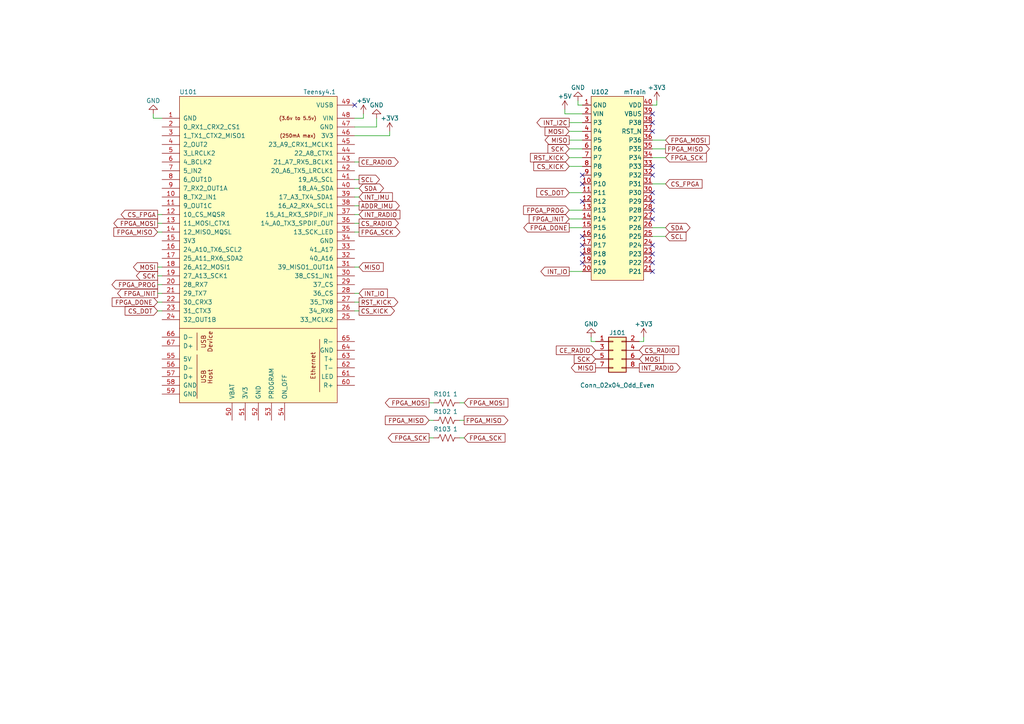
<source format=kicad_sch>
(kicad_sch (version 20230121) (generator eeschema)
  (paper "A4")
  (lib_symbols
    (symbol "Connector_Generic:Conn_02x04_Odd_Even" (pin_names (offset 1.016) hide)
      (property "Reference" "J" (at 1.27 5.08 0))
      (property "Value" "Conn_02x04_Odd_Even" (at 1.27 -7.62 0))
      (symbol "Conn_02x04_Odd_Even_1_1"
        (rectangle (start -1.27 -4.953) (end 0 -5.207) (stroke (width 0.1524)))
        (rectangle (start -1.27 -2.413) (end 0 -2.667) (stroke (width 0.1524)))
        (rectangle (start -1.27 0.127) (end 0 -0.127) (stroke (width 0.1524)))
        (rectangle (start -1.27 2.667) (end 0 2.413) (stroke (width 0.1524)))
        (rectangle (start -1.27 3.81) (end 3.81 -6.35) (stroke (width 0.254)) (fill (type background)))
        (rectangle (start 3.81 -4.953) (end 2.54 -5.207) (stroke (width 0.1524)))
        (rectangle (start 3.81 -2.413) (end 2.54 -2.667) (stroke (width 0.1524)))
        (rectangle (start 3.81 0.127) (end 2.54 -0.127) (stroke (width 0.1524)))
        (rectangle (start 3.81 2.667) (end 2.54 2.413) (stroke (width 0.1524)))
        (pin passive line (at -5.08 2.54 0) (length 3.81) (name "Pin_1") (number "1"))
        (pin passive line (at 7.62 2.54 180) (length 3.81) (name "Pin_2") (number "2"))
        (pin passive line (at -5.08 0 0) (length 3.81) (name "Pin_3") (number "3"))
        (pin passive line (at 7.62 0 180) (length 3.81) (name "Pin_4") (number "4"))
        (pin passive line (at -5.08 -2.54 0) (length 3.81) (name "Pin_5") (number "5"))
        (pin passive line (at 7.62 -2.54 180) (length 3.81) (name "Pin_6") (number "6"))
        (pin passive line (at -5.08 -5.08 0) (length 3.81) (name "Pin_7") (number "7"))
        (pin passive line (at 7.62 -5.08 180) (length 3.81) (name "Pin_8") (number "8"))
      )
    )
    (symbol "Device:R_US" (pin_numbers hide) (pin_names (offset 0))
      (property "Reference" "R" (at 2.54 0 90))
      (property "Value" "R_US" (at -2.54 0 90))
      (symbol "R_US_0_1"
        (polyline (pts (xy 0 -2.286) (xy 0 -2.54)))
        (polyline (pts (xy 0 2.286) (xy 0 2.54)))
        (polyline (pts (xy 0 -0.762) (xy 1.016 -1.143) (xy 0 -1.524) (xy -1.016 -1.905) (xy 0 -2.286)))
        (polyline (pts (xy 0 0.762) (xy 1.016 0.381) (xy 0 0) (xy -1.016 -0.381) (xy 0 -0.762)))
        (polyline (pts (xy 0 2.286) (xy 1.016 1.905) (xy 0 1.524) (xy -1.016 1.143) (xy 0 0.762)))
      )
      (symbol "R_US_1_1"
        (pin passive line (at 0 3.81 270) (length 1.27) (name "~") (number "1"))
        (pin passive line (at 0 -3.81 90) (length 1.27) (name "~") (number "2"))
      )
    )
    (symbol "lib:Teensy4.1" (pin_names (offset 1.016))
      (property "Reference" "U" (at 0 64.77 0))
      (property "Value" "Teensy4.1" (at 0 62.23 0))
      (symbol "Teensy4.1_0_0"
        (polyline (pts (xy -22.86 -6.35) (xy 22.86 -6.35)))
        (polyline (pts (xy -17.78 -26.67) (xy -17.78 -13.97)))
        (polyline (pts (xy -17.78 -7.62) (xy -17.78 -12.7)))
        (polyline (pts (xy 17.78 -9.525) (xy 17.78 -24.765)))
        (text "(250mA max)" (at 11.43 49.53 0) (effects (font (size 1.016 1.016))))
        (text "(3.6v to 5.5v)" (at 11.43 54.61 0) (effects (font (size 1.016 1.016))))
        (text "Device" (at -13.97 -10.16 900) (effects (font (size 1.27 1.27))))
        (text "Ethernet" (at 15.875 -17.145 900) (effects (font (size 1.27 1.27))))
        (text "Host" (at -13.97 -20.32 900) (effects (font (size 1.27 1.27))))
        (text "USB" (at -15.875 -20.32 900) (effects (font (size 1.27 1.27))))
        (text "USB" (at -15.875 -10.16 900) (effects (font (size 1.27 1.27))))
        (pin bidirectional line (at -27.94 31.75 0) (length 5.08) (name "8_TX2_IN1") (number "10"))
        (pin bidirectional line (at -27.94 29.21 0) (length 5.08) (name "9_OUT1C") (number "11"))
        (pin bidirectional line (at -27.94 26.67 0) (length 5.08) (name "10_CS_MQSR") (number "12"))
        (pin bidirectional line (at -27.94 24.13 0) (length 5.08) (name "11_MOSI_CTX1") (number "13"))
        (pin bidirectional line (at -27.94 21.59 0) (length 5.08) (name "12_MISO_MQSL") (number "14"))
        (pin power_in line (at -27.94 19.05 0) (length 5.08) (name "3V3") (number "15"))
        (pin bidirectional line (at -27.94 16.51 0) (length 5.08) (name "24_A10_TX6_SCL2") (number "16"))
        (pin bidirectional line (at -27.94 13.97 0) (length 5.08) (name "25_A11_RX6_SDA2") (number "17"))
        (pin bidirectional line (at -27.94 11.43 0) (length 5.08) (name "26_A12_MOSI1") (number "18"))
        (pin bidirectional line (at -27.94 8.89 0) (length 5.08) (name "27_A13_SCK1") (number "19"))
        (pin bidirectional line (at -27.94 6.35 0) (length 5.08) (name "28_RX7") (number "20"))
        (pin bidirectional line (at -27.94 3.81 0) (length 5.08) (name "29_TX7") (number "21"))
        (pin bidirectional line (at -27.94 1.27 0) (length 5.08) (name "30_CRX3") (number "22"))
        (pin bidirectional line (at -27.94 -1.27 0) (length 5.08) (name "31_CTX3") (number "23"))
        (pin bidirectional line (at -27.94 -3.81 0) (length 5.08) (name "32_OUT1B") (number "24"))
        (pin bidirectional line (at 27.94 -3.81 180) (length 5.08) (name "33_MCLK2") (number "25"))
        (pin bidirectional line (at 27.94 -1.27 180) (length 5.08) (name "34_RX8") (number "26"))
        (pin bidirectional line (at 27.94 1.27 180) (length 5.08) (name "35_TX8") (number "27"))
        (pin bidirectional line (at 27.94 3.81 180) (length 5.08) (name "36_CS") (number "28"))
        (pin bidirectional line (at 27.94 6.35 180) (length 5.08) (name "37_CS") (number "29"))
        (pin bidirectional line (at 27.94 8.89 180) (length 5.08) (name "38_CS1_IN1") (number "30"))
        (pin bidirectional line (at 27.94 11.43 180) (length 5.08) (name "39_MISO1_OUT1A") (number "31"))
        (pin bidirectional line (at 27.94 13.97 180) (length 5.08) (name "40_A16") (number "32"))
        (pin bidirectional line (at 27.94 16.51 180) (length 5.08) (name "41_A17") (number "33"))
        (pin bidirectional line (at 27.94 21.59 180) (length 5.08) (name "13_SCK_LED") (number "35"))
        (pin bidirectional line (at 27.94 24.13 180) (length 5.08) (name "14_A0_TX3_SPDIF_OUT") (number "36"))
        (pin bidirectional line (at 27.94 26.67 180) (length 5.08) (name "15_A1_RX3_SPDIF_IN") (number "37"))
        (pin bidirectional line (at 27.94 29.21 180) (length 5.08) (name "16_A2_RX4_SCL1") (number "38"))
        (pin bidirectional line (at 27.94 31.75 180) (length 5.08) (name "17_A3_TX4_SDA1") (number "39"))
        (pin bidirectional line (at 27.94 34.29 180) (length 5.08) (name "18_A4_SDA") (number "40"))
        (pin bidirectional line (at 27.94 36.83 180) (length 5.08) (name "19_A5_SCL") (number "41"))
        (pin bidirectional line (at 27.94 39.37 180) (length 5.08) (name "20_A6_TX5_LRCLK1") (number "42"))
        (pin bidirectional line (at 27.94 41.91 180) (length 5.08) (name "21_A7_RX5_BCLK1") (number "43"))
        (pin bidirectional line (at 27.94 44.45 180) (length 5.08) (name "22_A8_CTX1") (number "44"))
        (pin bidirectional line (at 27.94 46.99 180) (length 5.08) (name "23_A9_CRX1_MCLK1") (number "45"))
        (pin output line (at 27.94 49.53 180) (length 5.08) (name "3V3") (number "46"))
        (pin output line (at 27.94 52.07 180) (length 5.08) (name "GND") (number "47"))
        (pin power_in line (at 27.94 54.61 180) (length 5.08) (name "VIN") (number "48"))
        (pin power_out line (at 27.94 58.42 180) (length 5.08) (name "VUSB") (number "49"))
        (pin bidirectional line (at -27.94 44.45 0) (length 5.08) (name "3_LRCLK2") (number "5"))
        (pin power_in line (at -7.62 -33.02 90) (length 5.08) (name "VBAT") (number "50"))
        (pin power_in line (at -3.81 -33.02 90) (length 5.08) (name "3V3") (number "51"))
        (pin input line (at 0 -33.02 90) (length 5.08) (name "GND") (number "52"))
        (pin input line (at 3.81 -33.02 90) (length 5.08) (name "PROGRAM") (number "53"))
        (pin input line (at 7.62 -33.02 90) (length 5.08) (name "ON_OFF") (number "54"))
        (pin power_out line (at -27.94 -15.24 0) (length 5.08) (name "5V") (number "55"))
        (pin bidirectional line (at -27.94 -17.78 0) (length 5.08) (name "D-") (number "56"))
        (pin bidirectional line (at -27.94 -20.32 0) (length 5.08) (name "D+") (number "57"))
        (pin power_in line (at -27.94 -22.86 0) (length 5.08) (name "GND") (number "58"))
        (pin power_in line (at -27.94 -25.4 0) (length 5.08) (name "GND") (number "59"))
        (pin bidirectional line (at -27.94 41.91 0) (length 5.08) (name "4_BCLK2") (number "6"))
        (pin bidirectional line (at 27.94 -22.86 180) (length 5.08) (name "R+") (number "60"))
        (pin bidirectional line (at 27.94 -20.32 180) (length 5.08) (name "LED") (number "61"))
        (pin bidirectional line (at 27.94 -17.78 180) (length 5.08) (name "T-") (number "62"))
        (pin bidirectional line (at 27.94 -15.24 180) (length 5.08) (name "T+") (number "63"))
        (pin power_in line (at 27.94 -12.7 180) (length 5.08) (name "GND") (number "64"))
        (pin bidirectional line (at 27.94 -10.16 180) (length 5.08) (name "R-") (number "65"))
        (pin bidirectional line (at -27.94 -8.89 0) (length 5.08) (name "D-") (number "66"))
        (pin bidirectional line (at -27.94 -11.43 0) (length 5.08) (name "D+") (number "67"))
        (pin bidirectional line (at -27.94 39.37 0) (length 5.08) (name "5_IN2") (number "7"))
        (pin bidirectional line (at -27.94 36.83 0) (length 5.08) (name "6_OUT1D") (number "8"))
        (pin bidirectional line (at -27.94 34.29 0) (length 5.08) (name "7_RX2_OUT1A") (number "9"))
      )
      (symbol "Teensy4.1_0_1"
        (rectangle (start -20.32 -1.27) (end -20.32 -1.27))
      )
      (symbol "Teensy4.1_1_1"
        (rectangle (start -22.86 60.96) (end 22.86 -27.94) (fill (type background)))
        (pin power_in line (at -27.94 54.61 0) (length 5.08) (name "GND") (number "1"))
        (pin bidirectional line (at -27.94 52.07 0) (length 5.08) (name "0_RX1_CRX2_CS1") (number "2"))
        (pin bidirectional line (at -27.94 49.53 0) (length 5.08) (name "1_TX1_CTX2_MISO1") (number "3"))
        (pin power_in line (at 27.94 19.05 180) (length 5.08) (name "GND") (number "34"))
        (pin bidirectional line (at -27.94 46.99 0) (length 5.08) (name "2_OUT2") (number "4"))
      )
    )
    (symbol "lib:mTrain"
      (property "Reference" "U" (at 3.175 3.81 0))
      (symbol "mTrain_0_0"
        (pin unspecified line (at 0 0 0) (length 2.54) (name "GND") (number "1"))
        (pin unspecified line (at 0 -22.86 0) (length 2.54) (name "P10") (number "10"))
        (pin unspecified line (at 0 -25.4 0) (length 2.54) (name "P11") (number "11"))
        (pin unspecified line (at 0 -27.94 0) (length 2.54) (name "P12") (number "12"))
        (pin unspecified line (at 0 -30.48 0) (length 2.54) (name "P13") (number "13"))
        (pin unspecified line (at 0 -33.02 0) (length 2.54) (name "P14") (number "14"))
        (pin unspecified line (at 0 -35.56 0) (length 2.54) (name "P15") (number "15"))
        (pin unspecified line (at 0 -38.1 0) (length 2.54) (name "P16") (number "16"))
        (pin unspecified line (at 0 -40.64 0) (length 2.54) (name "P17") (number "17"))
        (pin unspecified line (at 0 -43.18 0) (length 2.54) (name "P18") (number "18"))
        (pin unspecified line (at 0 -45.72 0) (length 2.54) (name "P19") (number "19"))
        (pin unspecified line (at 0 -2.54 0) (length 2.54) (name "VIN") (number "2"))
        (pin unspecified line (at 0 -48.26 0) (length 2.54) (name "P20") (number "20"))
        (pin unspecified line (at 0 -5.08 0) (length 2.54) (name "P3") (number "3"))
        (pin unspecified line (at 0 -7.62 0) (length 2.54) (name "P4") (number "4"))
        (pin unspecified line (at 0 -10.16 0) (length 2.54) (name "P5") (number "5"))
        (pin unspecified line (at 0 -12.7 0) (length 2.54) (name "P6") (number "6"))
        (pin unspecified line (at 0 -15.24 0) (length 2.54) (name "P7") (number "7"))
        (pin unspecified line (at 0 -17.78 0) (length 2.54) (name "P8") (number "8"))
        (pin unspecified line (at 0 -20.32 0) (length 2.54) (name "P9") (number "9"))
      )
      (symbol "mTrain_1_0"
        (pin input line (at 20.32 -48.26 180) (length 2.54) (name "P21") (number "21"))
        (pin input line (at 20.32 -45.72 180) (length 2.54) (name "P22") (number "22"))
        (pin input line (at 20.32 -43.18 180) (length 2.54) (name "P23") (number "23"))
        (pin input line (at 20.32 -40.64 180) (length 2.54) (name "P24") (number "24"))
        (pin input line (at 20.32 -38.1 180) (length 2.54) (name "P25") (number "25"))
        (pin input line (at 20.32 -35.56 180) (length 2.54) (name "P26") (number "26"))
        (pin input line (at 20.32 -33.02 180) (length 2.54) (name "P27") (number "27"))
        (pin input line (at 20.32 -30.48 180) (length 2.54) (name "P28") (number "28"))
        (pin input line (at 20.32 -27.94 180) (length 2.54) (name "P29") (number "29"))
        (pin input line (at 20.32 -25.4 180) (length 2.54) (name "P30") (number "30"))
        (pin input line (at 20.32 -22.86 180) (length 2.54) (name "P31") (number "31"))
        (pin input line (at 20.32 -20.32 180) (length 2.54) (name "P32") (number "32"))
        (pin input line (at 20.32 -17.78 180) (length 2.54) (name "P33") (number "33"))
        (pin input line (at 20.32 -15.24 180) (length 2.54) (name "P34") (number "34"))
        (pin input line (at 20.32 -12.7 180) (length 2.54) (name "P35") (number "35"))
        (pin input line (at 20.32 -10.16 180) (length 2.54) (name "P36") (number "36"))
        (pin input line (at 20.32 -7.62 180) (length 2.54) (name "RST_N") (number "37"))
        (pin input line (at 20.32 -5.08 180) (length 2.54) (name "P38") (number "38"))
        (pin input line (at 20.32 -2.54 180) (length 2.54) (name "VBUS") (number "39"))
        (pin input line (at 20.32 0 180) (length 2.54) (name "VDD") (number "40"))
      )
      (symbol "mTrain_1_1"
        (rectangle (start 2.54 2.54) (end 17.78 -50.8) (fill (type background)))
      )
    )
    (symbol "power:+3V3" (power) (pin_names (offset 0))
      (property "Value" "+3V3" (at 0 3.556 0))
      (symbol "+3V3_0_1"
        (polyline (pts (xy -0.762 1.27) (xy 0 2.54)))
        (polyline (pts (xy 0 0) (xy 0 2.54)))
        (polyline (pts (xy 0 2.54) (xy 0.762 1.27)))
      )
      (symbol "+3V3_1_1"
        (pin power_in line (at 0 0 90) (length 0) hide (name "+3V3") (number "1"))
      )
    )
    (symbol "power:+5V" (power) (pin_names (offset 0))
      (property "Value" "+5V" (at 0 3.556 0))
      (symbol "+5V_0_1"
        (polyline (pts (xy -0.762 1.27) (xy 0 2.54)))
        (polyline (pts (xy 0 0) (xy 0 2.54)))
        (polyline (pts (xy 0 2.54) (xy 0.762 1.27)))
      )
      (symbol "+5V_1_1"
        (pin power_in line (at 0 0 90) (length 0) hide (name "+5V") (number "1"))
      )
    )
    (symbol "power:GND" (power) (pin_names (offset 0))
      (property "Value" "GND" (at 0 -3.81 0))
      (symbol "GND_0_1"
        (polyline (pts (xy 0 0) (xy 0 -1.27) (xy 1.27 -1.27) (xy 0 -2.54) (xy -1.27 -1.27) (xy 0 -1.27)))
      )
      (symbol "GND_1_1"
        (pin power_in line (at 0 0 270) (length 0) hide (name "GND") (number "1"))
      )
    )
  )
  (no_connect (at 189.23 58.42))
  (no_connect (at 102.87 30.48))
  (no_connect (at 168.91 71.12))
  (no_connect (at 189.23 33.02))
  (no_connect (at 189.23 76.2))
  (no_connect (at 189.23 35.56))
  (no_connect (at 189.23 71.12))
  (no_connect (at 168.91 68.58))
  (no_connect (at 189.23 60.96))
  (no_connect (at 168.91 76.2))
  (no_connect (at 189.23 73.66))
  (no_connect (at 189.23 50.8))
  (no_connect (at 168.91 73.66))
  (no_connect (at 189.23 48.26))
  (no_connect (at 189.23 38.1))
  (no_connect (at 168.91 50.8))
  (no_connect (at 168.91 58.42))
  (no_connect (at 189.23 55.88))
  (no_connect (at 189.23 78.74))
  (no_connect (at 168.91 53.34))
  (no_connect (at 189.23 63.5))
  (wire (pts (xy 102.87 34.29) (xy 105.41 34.29)))
  (wire (pts (xy 45.72 77.47) (xy 46.99 77.47)))
  (wire (pts (xy 104.14 90.17) (xy 102.87 90.17)))
  (wire (pts (xy 104.14 62.23) (xy 102.87 62.23)))
  (wire (pts (xy 102.87 36.83) (xy 109.22 36.83)))
  (wire (pts (xy 167.64 30.48) (xy 167.64 29.21)))
  (wire (pts (xy 165.1 38.1) (xy 168.91 38.1)))
  (wire (pts (xy 45.72 85.09) (xy 46.99 85.09)))
  (wire (pts (xy 46.99 34.29) (xy 44.45 34.29)))
  (wire (pts (xy 189.23 30.48) (xy 190.5 30.48)))
  (wire (pts (xy 104.14 46.99) (xy 102.87 46.99)))
  (wire (pts (xy 172.72 99.06) (xy 171.45 99.06)))
  (wire (pts (xy 113.03 39.37) (xy 113.03 38.1)))
  (wire (pts (xy 124.46 127) (xy 125.73 127)))
  (wire (pts (xy 133.35 116.84) (xy 134.62 116.84)))
  (wire (pts (xy 104.14 64.77) (xy 102.87 64.77)))
  (wire (pts (xy 193.04 40.64) (xy 189.23 40.64)))
  (wire (pts (xy 193.04 66.04) (xy 189.23 66.04)))
  (wire (pts (xy 124.46 121.92) (xy 125.73 121.92)))
  (wire (pts (xy 165.1 48.26) (xy 168.91 48.26)))
  (wire (pts (xy 165.1 43.18) (xy 168.91 43.18)))
  (wire (pts (xy 102.87 39.37) (xy 113.03 39.37)))
  (wire (pts (xy 186.69 97.79) (xy 186.69 99.06)))
  (wire (pts (xy 165.1 78.74) (xy 168.91 78.74)))
  (wire (pts (xy 104.14 52.07) (xy 102.87 52.07)))
  (wire (pts (xy 104.14 67.31) (xy 102.87 67.31)))
  (wire (pts (xy 45.72 80.01) (xy 46.99 80.01)))
  (wire (pts (xy 44.45 33.02) (xy 44.45 34.29)))
  (wire (pts (xy 104.14 87.63) (xy 102.87 87.63)))
  (wire (pts (xy 165.1 35.56) (xy 168.91 35.56)))
  (wire (pts (xy 165.1 60.96) (xy 168.91 60.96)))
  (wire (pts (xy 45.72 87.63) (xy 46.99 87.63)))
  (wire (pts (xy 185.42 99.06) (xy 186.69 99.06)))
  (wire (pts (xy 193.04 68.58) (xy 189.23 68.58)))
  (wire (pts (xy 168.91 30.48) (xy 167.64 30.48)))
  (wire (pts (xy 165.1 55.88) (xy 168.91 55.88)))
  (wire (pts (xy 165.1 45.72) (xy 168.91 45.72)))
  (wire (pts (xy 193.04 43.18) (xy 189.23 43.18)))
  (wire (pts (xy 165.1 40.64) (xy 168.91 40.64)))
  (wire (pts (xy 133.35 127) (xy 134.62 127)))
  (wire (pts (xy 45.72 90.17) (xy 46.99 90.17)))
  (wire (pts (xy 109.22 34.29) (xy 109.22 36.83)))
  (wire (pts (xy 193.04 53.34) (xy 189.23 53.34)))
  (wire (pts (xy 45.72 64.77) (xy 46.99 64.77)))
  (wire (pts (xy 193.04 45.72) (xy 189.23 45.72)))
  (wire (pts (xy 104.14 54.61) (xy 102.87 54.61)))
  (wire (pts (xy 163.83 33.02) (xy 163.83 31.75)))
  (wire (pts (xy 124.46 116.84) (xy 125.73 116.84)))
  (wire (pts (xy 171.45 97.79) (xy 171.45 99.06)))
  (wire (pts (xy 133.35 121.92) (xy 134.62 121.92)))
  (wire (pts (xy 45.72 82.55) (xy 46.99 82.55)))
  (wire (pts (xy 105.41 34.29) (xy 105.41 33.02)))
  (wire (pts (xy 104.14 77.47) (xy 102.87 77.47)))
  (wire (pts (xy 104.14 85.09) (xy 102.87 85.09)))
  (wire (pts (xy 168.91 33.02) (xy 163.83 33.02)))
  (wire (pts (xy 104.14 59.69) (xy 102.87 59.69)))
  (wire (pts (xy 104.14 57.15) (xy 102.87 57.15)))
  (wire (pts (xy 190.5 29.21) (xy 190.5 30.48)))
  (wire (pts (xy 45.72 67.31) (xy 46.99 67.31)))
  (wire (pts (xy 45.72 62.23) (xy 46.99 62.23)))
  (wire (pts (xy 165.1 63.5) (xy 168.91 63.5)))
  (wire (pts (xy 165.1 66.04) (xy 168.91 66.04)))
  (global_label "MISO" (shape input) (at 104.14 77.47 0) (property "Intersheetrefs" "${INTERSHEET_REFS}" (effects hide)))
  (global_label "INT_IO" (shape output) (at 165.1 78.74 180) (property "Intersheetrefs" "${INTERSHEET_REFS}" (effects hide)))
  (global_label "FPGA_MISO" (shape output) (at 193.04 43.18 0) (property "Intersheetrefs" "${INTERSHEET_REFS}" (effects hide)))
  (global_label "CS_RADIO" (shape output) (at 104.14 64.77 0) (property "Intersheetrefs" "${INTERSHEET_REFS}" (effects hide)))
  (global_label "CS_FPGA" (shape input) (at 193.04 53.34 0) (property "Intersheetrefs" "${INTERSHEET_REFS}" (effects hide)))
  (global_label "CS_KICK" (shape input) (at 165.1 48.26 180) (property "Intersheetrefs" "${INTERSHEET_REFS}" (effects hide)))
  (global_label "FPGA_MOSI" (shape input) (at 134.62 116.84 0) (property "Intersheetrefs" "${INTERSHEET_REFS}" (effects hide)))
  (global_label "RST_KICK" (shape output) (at 104.14 87.63 0) (property "Intersheetrefs" "${INTERSHEET_REFS}" (effects hide)))
  (global_label "MOSI" (shape output) (at 45.72 77.47 180) (property "Intersheetrefs" "${INTERSHEET_REFS}" (effects hide)))
  (global_label "SDA" (shape bidirectional) (at 104.14 54.61 0) (property "Intersheetrefs" "${INTERSHEET_REFS}" (effects hide)))
  (global_label "FPGA_INIT" (shape output) (at 45.72 85.09 180) (property "Intersheetrefs" "${INTERSHEET_REFS}" (effects hide)))
  (global_label "SDA" (shape bidirectional) (at 193.04 66.04 0) (property "Intersheetrefs" "${INTERSHEET_REFS}" (effects hide)))
  (global_label "INT_IMU" (shape input) (at 104.14 57.15 0) (property "Intersheetrefs" "${INTERSHEET_REFS}" (effects hide)))
  (global_label "MOSI" (shape input) (at 165.1 38.1 180) (property "Intersheetrefs" "${INTERSHEET_REFS}" (effects hide)))
  (global_label "SCL" (shape output) (at 104.14 52.07 0) (property "Intersheetrefs" "${INTERSHEET_REFS}" (effects hide)))
  (global_label "CS_DOT" (shape input) (at 45.72 90.17 180) (property "Intersheetrefs" "${INTERSHEET_REFS}" (effects hide)))
  (global_label "FPGA_PROG" (shape output) (at 45.72 82.55 180) (property "Intersheetrefs" "${INTERSHEET_REFS}" (effects hide)))
  (global_label "FPGA_DONE" (shape input) (at 45.72 87.63 180) (property "Intersheetrefs" "${INTERSHEET_REFS}" (effects hide)))
  (global_label "FPGA_MISO" (shape input) (at 124.46 121.92 180) (property "Intersheetrefs" "${INTERSHEET_REFS}" (effects hide)))
  (global_label "FPGA_MOSI" (shape output) (at 45.72 64.77 180) (property "Intersheetrefs" "${INTERSHEET_REFS}" (effects hide)))
  (global_label "FPGA_MOSI" (shape input) (at 193.04 40.64 0) (property "Intersheetrefs" "${INTERSHEET_REFS}" (effects hide)))
  (global_label "FPGA_MISO" (shape output) (at 134.62 121.92 0) (property "Intersheetrefs" "${INTERSHEET_REFS}" (effects hide)))
  (global_label "FPGA_SCK" (shape input) (at 193.04 45.72 0) (property "Intersheetrefs" "${INTERSHEET_REFS}" (effects hide)))
  (global_label "SCL" (shape input) (at 193.04 68.58 0) (property "Intersheetrefs" "${INTERSHEET_REFS}" (effects hide)))
  (global_label "FPGA_MOSI" (shape output) (at 124.46 116.84 180) (property "Intersheetrefs" "${INTERSHEET_REFS}" (effects hide)))
  (global_label "SCK" (shape input) (at 165.1 43.18 180) (property "Intersheetrefs" "${INTERSHEET_REFS}" (effects hide)))
  (global_label "FPGA_PROG" (shape input) (at 165.1 60.96 180) (property "Intersheetrefs" "${INTERSHEET_REFS}" (effects hide)))
  (global_label "FPGA_MISO" (shape input) (at 45.72 67.31 180) (property "Intersheetrefs" "${INTERSHEET_REFS}" (effects hide)))
  (global_label "SCK" (shape output) (at 45.72 80.01 180) (property "Intersheetrefs" "${INTERSHEET_REFS}" (effects hide)))
  (global_label "FPGA_SCK" (shape input) (at 134.62 127 0) (property "Intersheetrefs" "${INTERSHEET_REFS}" (effects hide)))
  (global_label "FPGA_SCK" (shape output) (at 124.46 127 180) (property "Intersheetrefs" "${INTERSHEET_REFS}" (effects hide)))
  (global_label "FPGA_INIT" (shape input) (at 165.1 63.5 180) (property "Intersheetrefs" "${INTERSHEET_REFS}" (effects hide)))
  (global_label "CS_DOT" (shape input) (at 165.1 55.88 180) (property "Intersheetrefs" "${INTERSHEET_REFS}" (effects hide)))
  (global_label "MOSI" (shape input) (at 185.42 104.14 0) (property "Intersheetrefs" "${INTERSHEET_REFS}" (effects hide)))
  (global_label "FPGA_DONE" (shape output) (at 165.1 66.04 180) (property "Intersheetrefs" "${INTERSHEET_REFS}" (effects hide)))
  (global_label "INT_RADIO" (shape output) (at 185.42 106.68 0) (property "Intersheetrefs" "${INTERSHEET_REFS}" (effects hide)))
  (global_label "INT_RADIO" (shape input) (at 104.14 62.23 0) (property "Intersheetrefs" "${INTERSHEET_REFS}" (effects hide)))
  (global_label "INT_IO" (shape input) (at 104.14 85.09 0) (property "Intersheetrefs" "${INTERSHEET_REFS}" (effects hide)))
  (global_label "CE_RADIO" (shape output) (at 104.14 46.99 0) (property "Intersheetrefs" "${INTERSHEET_REFS}" (effects hide)))
  (global_label "CS_KICK" (shape output) (at 104.14 90.17 0) (property "Intersheetrefs" "${INTERSHEET_REFS}" (effects hide)))
  (global_label "SCK" (shape input) (at 172.72 104.14 180) (property "Intersheetrefs" "${INTERSHEET_REFS}" (effects hide)))
  (global_label "INT_I2C" (shape output) (at 165.1 35.56 180) (property "Intersheetrefs" "${INTERSHEET_REFS}" (effects hide)))
  (global_label "ADDR_IMU" (shape output) (at 104.14 59.69 0) (property "Intersheetrefs" "${INTERSHEET_REFS}" (effects hide)))
  (global_label "CS_FPGA" (shape output) (at 45.72 62.23 180) (property "Intersheetrefs" "${INTERSHEET_REFS}" (effects hide)))
  (global_label "RST_KICK" (shape input) (at 165.1 45.72 180) (property "Intersheetrefs" "${INTERSHEET_REFS}" (effects hide)))
  (global_label "CS_RADIO" (shape input) (at 185.42 101.6 0) (property "Intersheetrefs" "${INTERSHEET_REFS}" (effects hide)))
  (global_label "FPGA_SCK" (shape output) (at 104.14 67.31 0) (property "Intersheetrefs" "${INTERSHEET_REFS}" (effects hide)))
  (global_label "CE_RADIO" (shape input) (at 172.72 101.6 180) (property "Intersheetrefs" "${INTERSHEET_REFS}" (effects hide)))
  (global_label "MISO" (shape output) (at 165.1 40.64 180) (property "Intersheetrefs" "${INTERSHEET_REFS}" (effects hide)))
  (global_label "MISO" (shape output) (at 172.72 106.68 180) (property "Intersheetrefs" "${INTERSHEET_REFS}" (effects hide)))
  (symbol (lib_id "lib:Teensy4.1") (at 74.93 88.9 0) (unit 1)
    (property "Reference" "U101" (at 54.61 26.67 0))
    (property "Value" "Teensy4.1" (at 92.71 26.67 0))
    (property "Footprint" "lib:Teensy41" (effects hide))
  )
  (symbol (lib_id "power:GND") (at 44.45 33.02 180) (unit 1)
    (property "Reference" "#PWR0105" (effects hide))
    (property "Value" "GND" (at 44.45 29.21 0))
  )
  (symbol (lib_id "power:+5V") (at 163.83 31.75 0) (unit 1)
    (property "Reference" "#PWR0104" (effects hide))
    (property "Value" "+5V" (at 163.83 27.94 0))
  )
  (symbol (lib_id "Device:R_US") (at 129.54 127 90) (unit 1)
    (property "Reference" "R103" (at 128.27 124.46 90))
    (property "Value" "1" (at 132.08 124.46 90))
    (property "Footprint" "Resistor_SMD:R_0603_1608Metric" (effects hide))
  )
  (symbol (lib_id "lib:mTrain") (at 168.91 30.48 0) (unit 1)
    (property "Reference" "U102" (at 173.99 26.67 0))
    (property "Value" "mTrain" (at 184.15 26.67 0))
    (property "Footprint" "lib:mTrain" (effects hide))
  )
  (symbol (lib_id "power:+5V") (at 105.41 33.02 0) (unit 1)
    (property "Reference" "#PWR0106" (effects hide))
    (property "Value" "+5V" (at 105.41 29.21 0))
  )
  (symbol (lib_id "Device:R_US") (at 129.54 116.84 90) (unit 1)
    (property "Reference" "R101" (at 128.27 114.3 90))
    (property "Value" "1" (at 132.08 114.3 90))
    (property "Footprint" "Resistor_SMD:R_0603_1608Metric" (effects hide))
  )
  (symbol (lib_id "power:+3V3") (at 190.5 29.21 0) (unit 1)
    (property "Reference" "#PWR0108" (effects hide))
    (property "Value" "+3V3" (at 190.5 25.4 0))
  )
  (symbol (lib_id "power:+3V3") (at 113.03 38.1 0) (unit 1)
    (property "Reference" "#PWR0109" (effects hide))
    (property "Value" "+3V3" (at 113.03 34.29 0))
  )
  (symbol (lib_id "Connector_Generic:Conn_02x04_Odd_Even") (at 177.8 101.6 0) (unit 1)
    (property "Reference" "J101" (at 179.07 96.52 0))
    (property "Value" "Conn_02x04_Odd_Even" (at 179.07 111.76 0))
    (property "Footprint" "Connector_PinHeader_2.54mm:PinHeader_2x04_P2.54mm_Vertical" (effects hide))
  )
  (symbol (lib_id "power:GND") (at 171.45 97.79 180) (unit 1)
    (property "Reference" "#PWR0101" (effects hide))
    (property "Value" "GND" (at 171.45 93.98 0))
  )
  (symbol (lib_id "Device:R_US") (at 129.54 121.92 90) (unit 1)
    (property "Reference" "R102" (at 128.27 119.38 90))
    (property "Value" "1" (at 132.08 119.38 90))
    (property "Footprint" "Resistor_SMD:R_0603_1608Metric" (effects hide))
  )
  (symbol (lib_id "power:+3V3") (at 186.69 97.79 0) (unit 1)
    (property "Reference" "#PWR0102" (effects hide))
    (property "Value" "+3V3" (at 186.69 93.98 0))
  )
  (symbol (lib_id "power:GND") (at 167.64 29.21 180) (unit 1)
    (property "Reference" "#PWR0103" (effects hide))
    (property "Value" "GND" (at 167.64 25.4 0))
  )
  (symbol (lib_id "power:GND") (at 109.22 34.29 180) (unit 1)
    (property "Reference" "#PWR0107" (effects hide))
    (property "Value" "GND" (at 109.22 30.48 0))
  )
)
</source>
